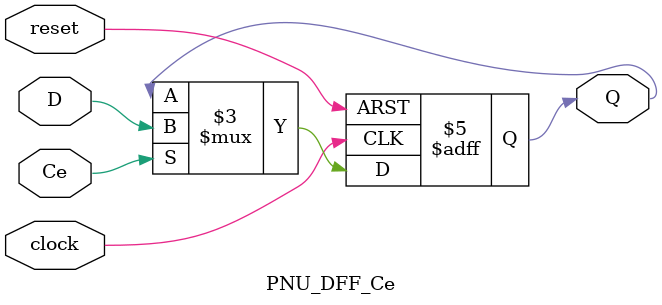
<source format=v>
/***********************
*
* Jong-gyu Park
* pjk5401@gmail.com
* 2016/09/02
*
***********************/

module PNU_DFF_Ce(D, Ce, clock, reset, Q);
    input D, Ce, clock, reset;
    output Q;
    reg Q;

    always@(posedge clock or posedge reset)
        if( reset )
            Q <= 1'b0;
        else begin
            if(Ce)
                Q <= D;
            else
                Q <= Q;
        end
endmodule
</source>
